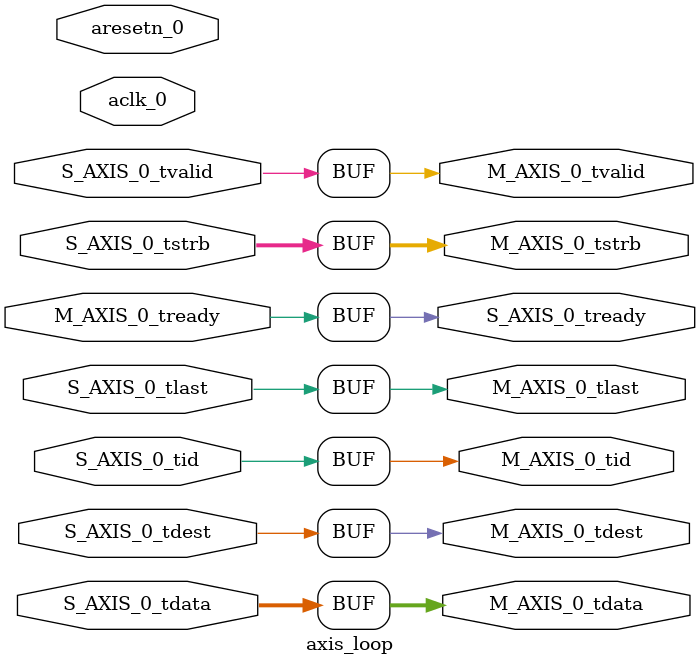
<source format=v>
`timescale 1ns/ 1ns

module axis_loop (
output [31:0]	M_AXIS_0_tdata		,
output [0:0]	M_AXIS_0_tdest      ,
output [0:0]	M_AXIS_0_tid        ,
output [0:0]	M_AXIS_0_tlast      ,
input [0:0]		M_AXIS_0_tready     ,
output [3:0]	M_AXIS_0_tstrb      ,
output [0:0]	M_AXIS_0_tvalid     ,
input [31:0]	S_AXIS_0_tdata      ,
input [0:0]		S_AXIS_0_tdest      ,
input [0:0]		S_AXIS_0_tid        ,
input [0:0]		S_AXIS_0_tlast      ,
output [0:0]	S_AXIS_0_tready     ,
input [3:0]		S_AXIS_0_tstrb      ,
input [0:0]		S_AXIS_0_tvalid     ,
input 			aclk_0              ,
input 			aresetn_0
	
);

assign M_AXIS_0_tdata		=S_AXIS_0_tdata		;
assign M_AXIS_0_tdest       =S_AXIS_0_tdest 	;
assign M_AXIS_0_tid         =S_AXIS_0_tid   	;
assign M_AXIS_0_tlast	    =S_AXIS_0_tlast 	;
assign M_AXIS_0_tstrb 		=S_AXIS_0_tstrb 	;
assign M_AXIS_0_tvalid      =S_AXIS_0_tvalid	;
	
assign S_AXIS_0_tready		=M_AXIS_0_tready	;

endmodule
</source>
